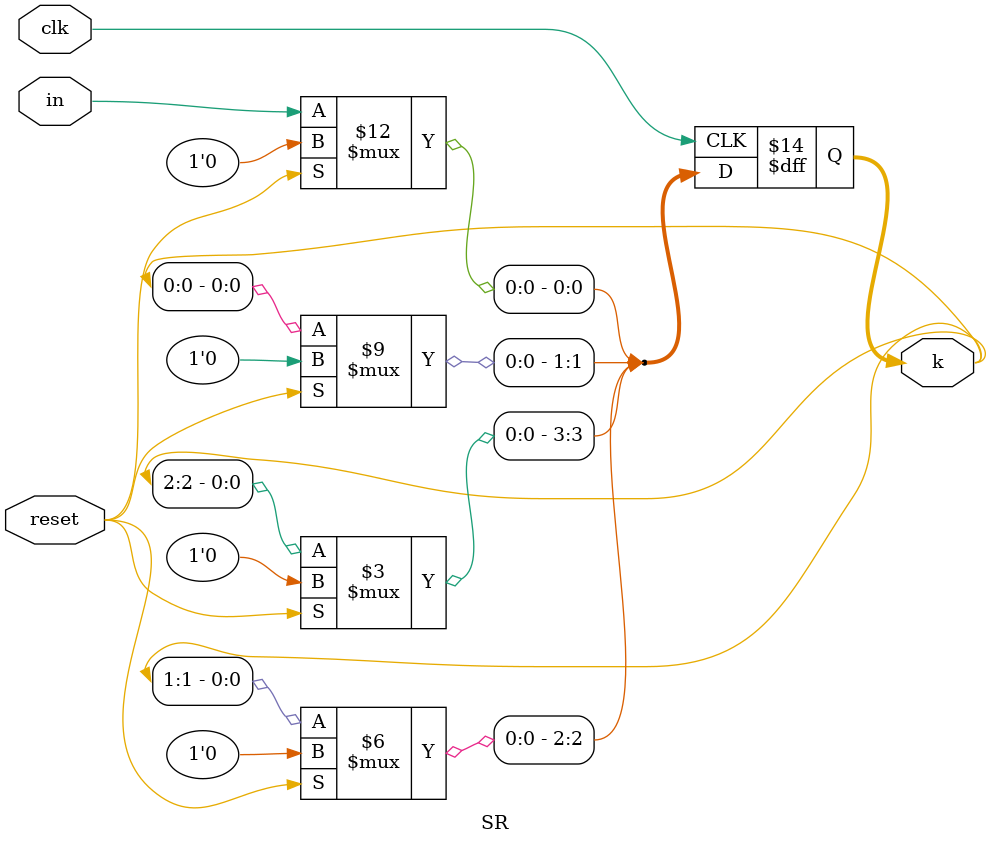
<source format=v>
`timescale 1ns / 1ps

module SR(
    input clk, reset, in,
    output reg [3:0]k
    );
    
always @(posedge clk) begin
    if (reset) begin
        k[0] <= 0;
        k[1] <= 0;
        k[2] <= 0;
        k[3] <= 0;
    end
    else begin
        k[3] <= k[2];
        k[2] <= k[1];
        k[1] <= k[0];
        k[0] <= in;
    end
end
    
endmodule

</source>
